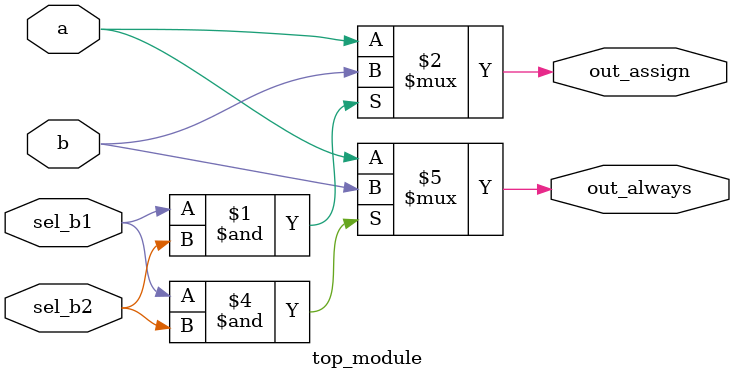
<source format=v>
module top_module(
    input a,
    input b,
    input sel_b1,
    input sel_b2,
    output wire out_assign,
    output reg out_always   ); 
    assign out_assign = (sel_b1&sel_b2)?b:a;
    always@(*) out_always = (sel_b1&sel_b2)?b:a;
endmodule

</source>
